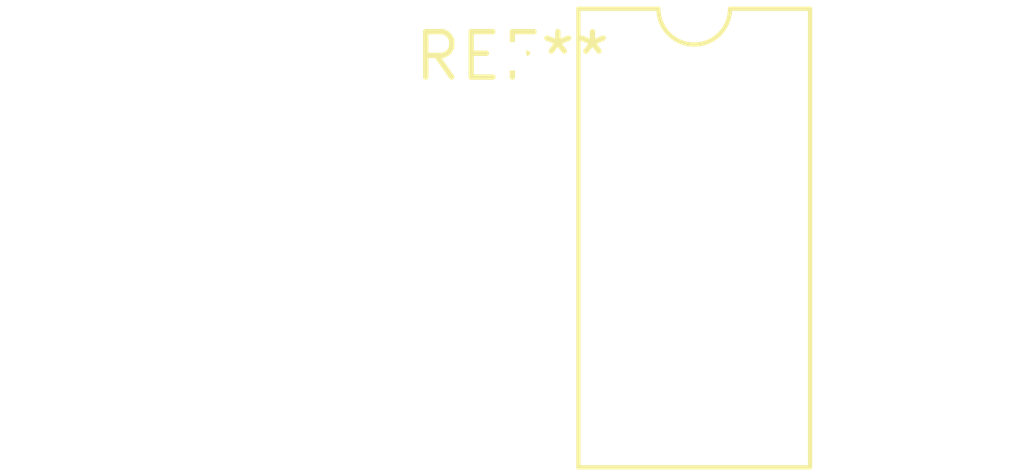
<source format=kicad_pcb>
(kicad_pcb (version 20240108) (generator pcbnew)
  (layers (0 "F.Cu" signal) (31 "B.Cu" signal) (34 "B.Paste" user) (35 "F.Paste" user) (36 "B.SilkS" user "B.Silkscreen") (37 "F.SilkS" user "F.Silkscreen") (38 "B.Mask" user) (39 "F.Mask" user) (44 "Edge.Cuts" user))
  (net 0 "")
  (footprint "DIP-10_W10.16mm_LongPads" (layer "F.Cu") (at 0 0)
    (property "Reference" "REF**")
    (property "Value" "DIP-10_W10.16mm_LongPads")
    (fp_line (start 1.845 -1.33) (end 1.845 11.49) (layer "F.SilkS") (stroke (width 0.12)))
    (fp_line (start 1.845 11.49) (end 8.315 11.49) (layer "F.SilkS") (stroke (width 0.12)))
    (fp_line (start 4.08 -1.33) (end 1.845 -1.33) (layer "F.SilkS") (stroke (width 0.12)))
    (fp_line (start 8.315 -1.33) (end 6.08 -1.33) (layer "F.SilkS") (stroke (width 0.12)))
    (fp_line (start 8.315 11.49) (end 8.315 -1.33) (layer "F.SilkS") (stroke (width 0.12)))
    (fp_arc (start 6.08 -1.33) (mid 5.08 -0.33) (end 4.08 -1.33) (layer "F.SilkS") (stroke (width 0.12)))
    (pad "1" thru_hole rect (at 0 0) (size 2.4 1.6) (drill 0.8) (layers *.Cu *.Mask) (remove_unused_layers))
    (pad "2" thru_hole oval (at 0 2.54) (size 2.4 1.6) (drill 0.8) (layers *.Cu *.Mask) (remove_unused_layers))
    (pad "3" thru_hole oval (at 0 5.08) (size 2.4 1.6) (drill 0.8) (layers *.Cu *.Mask) (remove_unused_layers))
    (pad "4" thru_hole oval (at 0 7.62) (size 2.4 1.6) (drill 0.8) (layers *.Cu *.Mask) (remove_unused_layers))
    (pad "5" thru_hole oval (at 0 10.16) (size 2.4 1.6) (drill 0.8) (layers *.Cu *.Mask) (remove_unused_layers))
    (pad "6" thru_hole oval (at 10.16 10.16) (size 2.4 1.6) (drill 0.8) (layers *.Cu *.Mask) (remove_unused_layers))
    (pad "7" thru_hole oval (at 10.16 7.62) (size 2.4 1.6) (drill 0.8) (layers *.Cu *.Mask) (remove_unused_layers))
    (pad "8" thru_hole oval (at 10.16 5.08) (size 2.4 1.6) (drill 0.8) (layers *.Cu *.Mask) (remove_unused_layers))
    (pad "9" thru_hole oval (at 10.16 2.54) (size 2.4 1.6) (drill 0.8) (layers *.Cu *.Mask) (remove_unused_layers))
    (pad "10" thru_hole oval (at 10.16 0) (size 2.4 1.6) (drill 0.8) (layers *.Cu *.Mask) (remove_unused_layers))
  )
)
</source>
